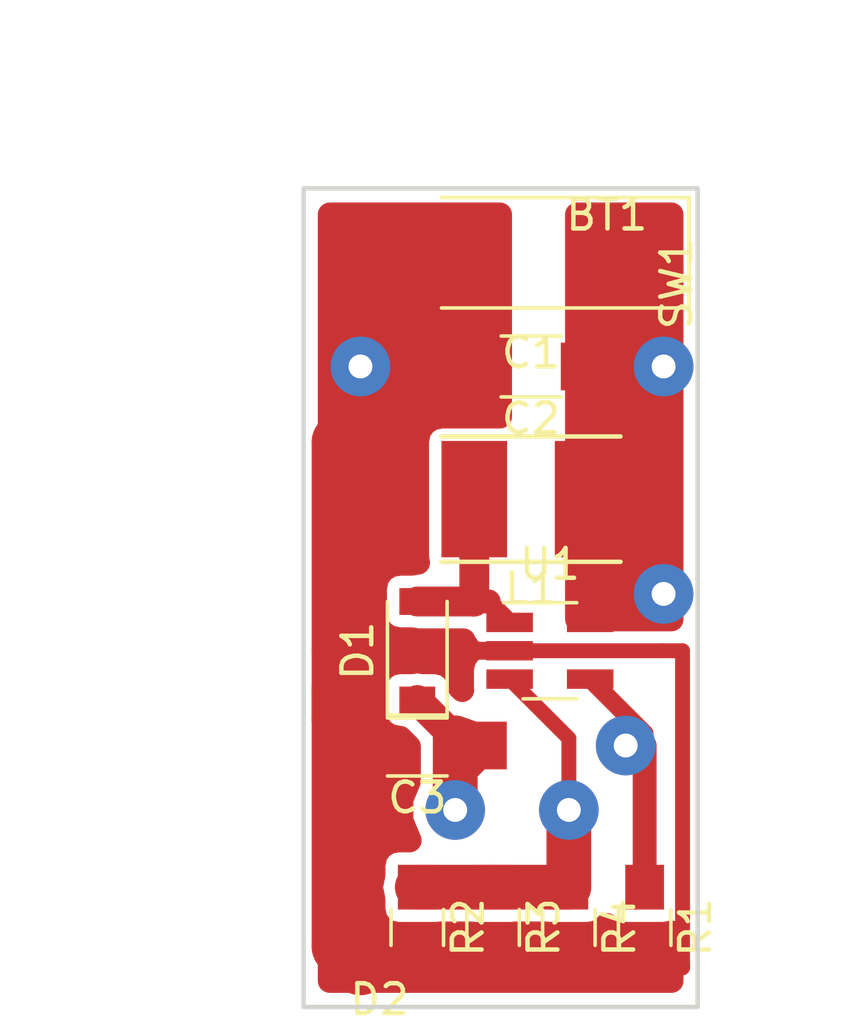
<source format=kicad_pcb>
(kicad_pcb (version 4) (host pcbnew 4.0.7)

  (general
    (links 23)
    (no_connects 0)
    (area 151.105 91.1 170.748301 125.789)
    (thickness 1.6)
    (drawings 7)
    (tracks 57)
    (zones 0)
    (modules 13)
    (nets 7)
  )

  (page A4)
  (layers
    (0 F.Cu signal)
    (31 B.Cu signal)
    (32 B.Adhes user)
    (33 F.Adhes user)
    (34 B.Paste user)
    (35 F.Paste user)
    (36 B.SilkS user)
    (37 F.SilkS user)
    (38 B.Mask user)
    (39 F.Mask user)
    (40 Dwgs.User user)
    (41 Cmts.User user)
    (42 Eco1.User user)
    (43 Eco2.User user)
    (44 Edge.Cuts user)
    (45 Margin user)
    (46 B.CrtYd user)
    (47 F.CrtYd user)
    (48 B.Fab user)
    (49 F.Fab user)
  )

  (setup
    (last_trace_width 1.5)
    (user_trace_width 0.5)
    (user_trace_width 0.6)
    (user_trace_width 0.8)
    (user_trace_width 1)
    (user_trace_width 1.5)
    (user_trace_width 2)
    (trace_clearance 0.2)
    (zone_clearance 0.4)
    (zone_45_only yes)
    (trace_min 0.5)
    (segment_width 0.2)
    (edge_width 0.15)
    (via_size 1.5)
    (via_drill 0.8)
    (via_min_size 1.5)
    (via_min_drill 0.8)
    (user_via 1.5 0.8)
    (uvia_size 0.3)
    (uvia_drill 0.1)
    (uvias_allowed no)
    (uvia_min_size 0.2)
    (uvia_min_drill 0.1)
    (pcb_text_width 0.3)
    (pcb_text_size 1.5 1.5)
    (mod_edge_width 0.15)
    (mod_text_size 1 1)
    (mod_text_width 0.15)
    (pad_size 1.99898 1.99898)
    (pad_drill 0.8001)
    (pad_to_mask_clearance 0.2)
    (aux_axis_origin 0 0)
    (visible_elements FFFFFF7F)
    (pcbplotparams
      (layerselection 0x00030_80000001)
      (usegerberextensions false)
      (excludeedgelayer true)
      (linewidth 0.200000)
      (plotframeref false)
      (viasonmask false)
      (mode 1)
      (useauxorigin false)
      (hpglpennumber 1)
      (hpglpenspeed 20)
      (hpglpendiameter 15)
      (hpglpenoverlay 2)
      (psnegative false)
      (psa4output false)
      (plotreference true)
      (plotvalue true)
      (plotinvisibletext false)
      (padsonsilk false)
      (subtractmaskfromsilk false)
      (outputformat 1)
      (mirror false)
      (drillshape 1)
      (scaleselection 1)
      (outputdirectory ""))
  )

  (net 0 "")
  (net 1 "Net-(BT1-Pad1)")
  (net 2 "Net-(BT1-Pad2)")
  (net 3 "Net-(C3-Pad1)")
  (net 4 "Net-(D1-Pad2)")
  (net 5 "Net-(R1-Pad1)")
  (net 6 "Net-(D2-Pad1)")

  (net_class Default "Ceci est la Netclass par défaut"
    (clearance 0.2)
    (trace_width 0.5)
    (via_dia 1.5)
    (via_drill 0.8)
    (uvia_dia 0.3)
    (uvia_drill 0.1)
    (add_net "Net-(BT1-Pad1)")
    (add_net "Net-(BT1-Pad2)")
    (add_net "Net-(C3-Pad1)")
    (add_net "Net-(D1-Pad2)")
    (add_net "Net-(D2-Pad1)")
    (add_net "Net-(R1-Pad1)")
  )

  (module Wire_Connections_Bridges:WireConnection_0.80mmDrill (layer F.Cu) (tedit 5C090D75) (tstamp 5C175018)
    (at 165.1 95.885 270)
    (descr "WireConnection with 0.8mm drill")
    (path /5C07E0DB)
    (fp_text reference SW1 (at 4.8514 0.2032 270) (layer F.SilkS)
      (effects (font (size 1 1) (thickness 0.15)))
    )
    (fp_text value SW_Reed (at 5.08 3.81 270) (layer F.Fab)
      (effects (font (size 1 1) (thickness 0.15)))
    )
    (fp_line (start 14.0716 -3.7592) (end 13.8684 -3.6576) (layer Cmts.User) (width 0.381))
    (fp_line (start 13.8684 -3.6576) (end 13.6398 -3.6576) (layer Cmts.User) (width 0.381))
    (fp_line (start 13.6398 -3.6576) (end 13.4366 -3.7592) (layer Cmts.User) (width 0.381))
    (fp_line (start 13.4366 -3.7592) (end 13.3604 -4.1148) (layer Cmts.User) (width 0.381))
    (fp_line (start 13.3604 -4.1148) (end 13.3604 -4.572) (layer Cmts.User) (width 0.381))
    (fp_line (start 13.3604 -4.572) (end 13.462 -4.6482) (layer Cmts.User) (width 0.381))
    (fp_line (start 13.462 -4.6482) (end 13.7668 -4.7244) (layer Cmts.User) (width 0.381))
    (fp_line (start 13.7668 -4.7244) (end 13.9954 -4.6736) (layer Cmts.User) (width 0.381))
    (fp_line (start 13.9954 -4.6736) (end 14.0462 -4.318) (layer Cmts.User) (width 0.381))
    (fp_line (start 14.0462 -4.318) (end 13.4366 -4.191) (layer Cmts.User) (width 0.381))
    (fp_line (start 13.4366 -4.191) (end 13.4366 -4.2418) (layer Cmts.User) (width 0.381))
    (fp_line (start 12.7508 -3.7084) (end 12.4206 -3.7084) (layer Cmts.User) (width 0.381))
    (fp_line (start 12.4206 -3.7084) (end 12.2174 -3.7084) (layer Cmts.User) (width 0.381))
    (fp_line (start 12.2174 -3.7084) (end 12.0396 -3.8608) (layer Cmts.User) (width 0.381))
    (fp_line (start 12.0396 -3.8608) (end 12.0396 -4.2418) (layer Cmts.User) (width 0.381))
    (fp_line (start 12.0396 -4.2418) (end 12.1412 -4.572) (layer Cmts.User) (width 0.381))
    (fp_line (start 12.1412 -4.572) (end 12.2936 -4.6482) (layer Cmts.User) (width 0.381))
    (fp_line (start 12.2936 -4.6482) (end 12.573 -4.6482) (layer Cmts.User) (width 0.381))
    (fp_line (start 12.573 -4.6482) (end 12.7508 -4.572) (layer Cmts.User) (width 0.381))
    (fp_line (start 12.7508 -4.572) (end 12.7762 -4.2672) (layer Cmts.User) (width 0.381))
    (fp_line (start 12.7762 -4.2672) (end 12.1412 -4.2418) (layer Cmts.User) (width 0.381))
    (fp_line (start 11.2268 -4.5212) (end 11.6078 -4.6736) (layer Cmts.User) (width 0.381))
    (fp_line (start 11.6078 -4.6736) (end 11.6332 -4.6736) (layer Cmts.User) (width 0.381))
    (fp_line (start 11.2014 -4.7244) (end 11.2014 -3.6576) (layer Cmts.User) (width 0.381))
    (fp_line (start 9.9822 -4.6736) (end 10.668 -4.7244) (layer Cmts.User) (width 0.381))
    (fp_line (start 10.7188 -5.207) (end 10.541 -5.207) (layer Cmts.User) (width 0.381))
    (fp_line (start 10.541 -5.207) (end 10.3886 -5.08) (layer Cmts.User) (width 0.381))
    (fp_line (start 10.3886 -5.08) (end 10.3378 -3.7084) (layer Cmts.User) (width 0.381))
    (fp_line (start 8.4328 -4.5974) (end 8.3058 -4.6736) (layer Cmts.User) (width 0.381))
    (fp_line (start 8.3058 -4.6736) (end 8.0264 -4.6736) (layer Cmts.User) (width 0.381))
    (fp_line (start 8.0264 -4.6736) (end 7.874 -4.445) (layer Cmts.User) (width 0.381))
    (fp_line (start 7.874 -4.445) (end 7.8994 -4.2672) (layer Cmts.User) (width 0.381))
    (fp_line (start 7.8994 -4.2672) (end 8.1788 -4.191) (layer Cmts.User) (width 0.381))
    (fp_line (start 8.1788 -4.191) (end 8.4328 -4.1148) (layer Cmts.User) (width 0.381))
    (fp_line (start 8.4328 -4.1148) (end 8.4836 -3.8354) (layer Cmts.User) (width 0.381))
    (fp_line (start 8.4836 -3.8354) (end 8.2804 -3.6576) (layer Cmts.User) (width 0.381))
    (fp_line (start 8.2804 -3.6576) (end 7.8994 -3.7084) (layer Cmts.User) (width 0.381))
    (fp_line (start 7.1628 -3.6576) (end 6.8072 -3.7592) (layer Cmts.User) (width 0.381))
    (fp_line (start 6.8072 -3.7592) (end 6.604 -3.8354) (layer Cmts.User) (width 0.381))
    (fp_line (start 6.604 -3.8354) (end 6.477 -4.1656) (layer Cmts.User) (width 0.381))
    (fp_line (start 6.477 -4.1656) (end 6.477 -4.4704) (layer Cmts.User) (width 0.381))
    (fp_line (start 6.477 -4.4704) (end 6.6802 -4.6736) (layer Cmts.User) (width 0.381))
    (fp_line (start 6.6802 -4.6736) (end 7.0104 -4.7244) (layer Cmts.User) (width 0.381))
    (fp_line (start 7.2136 -5.207) (end 7.2136 -3.6576) (layer Cmts.User) (width 0.381))
    (fp_line (start 5.715 -3.6576) (end 5.2578 -3.7084) (layer Cmts.User) (width 0.381))
    (fp_line (start 5.2578 -3.7084) (end 5.1054 -3.9116) (layer Cmts.User) (width 0.381))
    (fp_line (start 5.1054 -3.9116) (end 5.1308 -4.191) (layer Cmts.User) (width 0.381))
    (fp_line (start 5.1308 -4.191) (end 5.842 -4.2418) (layer Cmts.User) (width 0.381))
    (fp_line (start 5.1054 -4.572) (end 5.3848 -4.7244) (layer Cmts.User) (width 0.381))
    (fp_line (start 5.3848 -4.7244) (end 5.6388 -4.6482) (layer Cmts.User) (width 0.381))
    (fp_line (start 5.6388 -4.6482) (end 5.7912 -4.4704) (layer Cmts.User) (width 0.381))
    (fp_line (start 5.7912 -4.4704) (end 5.842 -3.6322) (layer Cmts.User) (width 0.381))
    (fp_line (start 3.6068 -3.6576) (end 3.6322 -5.2578) (layer Cmts.User) (width 0.381))
    (fp_line (start 3.6322 -5.2578) (end 4.0894 -5.2578) (layer Cmts.User) (width 0.381))
    (fp_line (start 4.0894 -5.2578) (end 4.3688 -5.1308) (layer Cmts.User) (width 0.381))
    (fp_line (start 4.3688 -5.1308) (end 4.4958 -4.8768) (layer Cmts.User) (width 0.381))
    (fp_line (start 4.4958 -4.8768) (end 4.4958 -4.5974) (layer Cmts.User) (width 0.381))
    (fp_line (start 4.4958 -4.5974) (end 4.3688 -4.3942) (layer Cmts.User) (width 0.381))
    (fp_line (start 4.3688 -4.3942) (end 4.0894 -4.445) (layer Cmts.User) (width 0.381))
    (fp_line (start 4.0894 -4.445) (end 3.6322 -4.445) (layer Cmts.User) (width 0.381))
    (fp_line (start 1.778 -3.7592) (end 1.524 -3.6576) (layer Cmts.User) (width 0.381))
    (fp_line (start 1.524 -3.6576) (end 1.27 -3.7592) (layer Cmts.User) (width 0.381))
    (fp_line (start 1.27 -3.7592) (end 1.1176 -3.9116) (layer Cmts.User) (width 0.381))
    (fp_line (start 1.1176 -3.9116) (end 1.0414 -4.318) (layer Cmts.User) (width 0.381))
    (fp_line (start 1.0414 -4.318) (end 1.1684 -4.572) (layer Cmts.User) (width 0.381))
    (fp_line (start 1.1684 -4.572) (end 1.3716 -4.6736) (layer Cmts.User) (width 0.381))
    (fp_line (start 1.3716 -4.6736) (end 1.651 -4.6482) (layer Cmts.User) (width 0.381))
    (fp_line (start 1.651 -4.6482) (end 1.8034 -4.5212) (layer Cmts.User) (width 0.381))
    (fp_line (start 1.8034 -4.5212) (end 1.8034 -4.318) (layer Cmts.User) (width 0.381))
    (fp_line (start 1.8034 -4.318) (end 1.1684 -4.2418) (layer Cmts.User) (width 0.381))
    (fp_line (start -0.1524 -4.7244) (end 0.3048 -3.6576) (layer Cmts.User) (width 0.381))
    (fp_line (start 0.3048 -3.6576) (end 0.5842 -4.6736) (layer Cmts.User) (width 0.381))
    (fp_line (start 0.5842 -4.6736) (end 0.5588 -4.6736) (layer Cmts.User) (width 0.381))
    (fp_line (start -1.4732 -4.3942) (end -1.4732 -3.9116) (layer Cmts.User) (width 0.381))
    (fp_line (start -1.4732 -3.9116) (end -1.27 -3.7084) (layer Cmts.User) (width 0.381))
    (fp_line (start -1.27 -3.7084) (end -1.0414 -3.6576) (layer Cmts.User) (width 0.381))
    (fp_line (start -1.0414 -3.6576) (end -0.762 -3.7846) (layer Cmts.User) (width 0.381))
    (fp_line (start -0.762 -3.7846) (end -0.6604 -3.9878) (layer Cmts.User) (width 0.381))
    (fp_line (start -0.6604 -3.9878) (end -0.6604 -4.445) (layer Cmts.User) (width 0.381))
    (fp_line (start -0.6604 -4.445) (end -0.8382 -4.6482) (layer Cmts.User) (width 0.381))
    (fp_line (start -0.8382 -4.6482) (end -1.1176 -4.7244) (layer Cmts.User) (width 0.381))
    (fp_line (start -1.1176 -4.7244) (end -1.4478 -4.4704) (layer Cmts.User) (width 0.381))
    (fp_line (start -3.0988 -3.6322) (end -3.0988 -5.2578) (layer Cmts.User) (width 0.381))
    (fp_line (start -3.0988 -5.2578) (end -2.6162 -4.1148) (layer Cmts.User) (width 0.381))
    (fp_line (start -2.6162 -4.1148) (end -2.1336 -5.1816) (layer Cmts.User) (width 0.381))
    (fp_line (start -2.1336 -5.1816) (end -2.1336 -3.6322) (layer Cmts.User) (width 0.381))
    (pad 1 thru_hole circle (at 15.24 0.635 270) (size 1.99898 1.99898) (drill 0.8001) (layers *.Cu *.Mask)
      (net 1 "Net-(BT1-Pad1)"))
    (pad 2 thru_hole circle (at 20.32 1.905 270) (size 1.99898 1.99898) (drill 0.8001) (layers *.Cu *.Mask)
      (net 5 "Net-(R1-Pad1)"))
  )

  (module Wire_Pads:SolderWirePad_2x_0-8mmDrill (layer F.Cu) (tedit 5C090A21) (tstamp 5C174FC3)
    (at 162.56 94.615 180)
    (path /5C07E765)
    (fp_text reference BT1 (at 0 -3.81 180) (layer F.SilkS)
      (effects (font (size 1 1) (thickness 0.15)))
    )
    (fp_text value "Battery 3V" (at 0.635 2.54 180) (layer F.Fab)
      (effects (font (size 1 1) (thickness 0.15)))
    )
    (pad 1 thru_hole circle (at -1.905 -8.89 180) (size 1.99898 1.99898) (drill 0.8001) (layers *.Cu *.Mask)
      (net 1 "Net-(BT1-Pad1)"))
    (pad 2 thru_hole circle (at 8.255 -8.89 180) (size 1.99898 1.99898) (drill 0.8001) (layers *.Cu *.Mask)
      (net 2 "Net-(BT1-Pad2)"))
  )

  (module Capacitors_Tantalum_SMD:CP_Tantalum_Case-U_EIA-6032-15_Hand (layer F.Cu) (tedit 58CC8C08) (tstamp 5C174FC9)
    (at 160.02 99.695 180)
    (descr "Tantalum capacitor, Case U, EIA 6032-15, 6.0x3.2x1.5mm, Hand soldering footprint")
    (tags "capacitor tantalum smd")
    (path /5C07E5BE)
    (attr smd)
    (fp_text reference C1 (at 0 -3.35 180) (layer F.SilkS)
      (effects (font (size 1 1) (thickness 0.15)))
    )
    (fp_text value "47µF 10V" (at 0 3.35 180) (layer F.Fab)
      (effects (font (size 1 1) (thickness 0.15)))
    )
    (fp_text user %R (at 0 0 180) (layer F.Fab)
      (effects (font (size 1 1) (thickness 0.15)))
    )
    (fp_line (start -5.4 -2) (end -5.4 2) (layer F.CrtYd) (width 0.05))
    (fp_line (start -5.4 2) (end 5.4 2) (layer F.CrtYd) (width 0.05))
    (fp_line (start 5.4 2) (end 5.4 -2) (layer F.CrtYd) (width 0.05))
    (fp_line (start 5.4 -2) (end -5.4 -2) (layer F.CrtYd) (width 0.05))
    (fp_line (start -3 -1.6) (end -3 1.6) (layer F.Fab) (width 0.1))
    (fp_line (start -3 1.6) (end 3 1.6) (layer F.Fab) (width 0.1))
    (fp_line (start 3 1.6) (end 3 -1.6) (layer F.Fab) (width 0.1))
    (fp_line (start 3 -1.6) (end -3 -1.6) (layer F.Fab) (width 0.1))
    (fp_line (start -2.4 -1.6) (end -2.4 1.6) (layer F.Fab) (width 0.1))
    (fp_line (start -2.1 -1.6) (end -2.1 1.6) (layer F.Fab) (width 0.1))
    (fp_line (start -5.3 -1.85) (end 3 -1.85) (layer F.SilkS) (width 0.12))
    (fp_line (start -5.3 1.85) (end 3 1.85) (layer F.SilkS) (width 0.12))
    (fp_line (start -5.3 -1.85) (end -5.3 1.85) (layer F.SilkS) (width 0.12))
    (pad 1 smd rect (at -3.125 0 180) (size 3.75 2.5) (layers F.Cu F.Paste F.Mask)
      (net 1 "Net-(BT1-Pad1)"))
    (pad 2 smd rect (at 3.125 0 180) (size 3.75 2.5) (layers F.Cu F.Paste F.Mask)
      (net 2 "Net-(BT1-Pad2)"))
    (model Capacitors_Tantalum_SMD.3dshapes/CP_Tantalum_Case-U_EIA-6032-15.wrl
      (at (xyz 0 0 0))
      (scale (xyz 1 1 1))
      (rotate (xyz 0 0 0))
    )
  )

  (module Capacitors_SMD:C_1206_HandSoldering (layer F.Cu) (tedit 58AA84D1) (tstamp 5C174FCF)
    (at 160.02 103.505 180)
    (descr "Capacitor SMD 1206, hand soldering")
    (tags "capacitor 1206")
    (path /5C07E362)
    (attr smd)
    (fp_text reference C2 (at 0 -1.75 180) (layer F.SilkS)
      (effects (font (size 1 1) (thickness 0.15)))
    )
    (fp_text value "10µF 35V" (at 0 2 180) (layer F.Fab)
      (effects (font (size 1 1) (thickness 0.15)))
    )
    (fp_text user %R (at 0 -1.75 180) (layer F.Fab)
      (effects (font (size 1 1) (thickness 0.15)))
    )
    (fp_line (start -1.6 0.8) (end -1.6 -0.8) (layer F.Fab) (width 0.1))
    (fp_line (start 1.6 0.8) (end -1.6 0.8) (layer F.Fab) (width 0.1))
    (fp_line (start 1.6 -0.8) (end 1.6 0.8) (layer F.Fab) (width 0.1))
    (fp_line (start -1.6 -0.8) (end 1.6 -0.8) (layer F.Fab) (width 0.1))
    (fp_line (start 1 -1.02) (end -1 -1.02) (layer F.SilkS) (width 0.12))
    (fp_line (start -1 1.02) (end 1 1.02) (layer F.SilkS) (width 0.12))
    (fp_line (start -3.25 -1.05) (end 3.25 -1.05) (layer F.CrtYd) (width 0.05))
    (fp_line (start -3.25 -1.05) (end -3.25 1.05) (layer F.CrtYd) (width 0.05))
    (fp_line (start 3.25 1.05) (end 3.25 -1.05) (layer F.CrtYd) (width 0.05))
    (fp_line (start 3.25 1.05) (end -3.25 1.05) (layer F.CrtYd) (width 0.05))
    (pad 1 smd rect (at -2 0 180) (size 2 1.6) (layers F.Cu F.Paste F.Mask)
      (net 1 "Net-(BT1-Pad1)"))
    (pad 2 smd rect (at 2 0 180) (size 2 1.6) (layers F.Cu F.Paste F.Mask)
      (net 2 "Net-(BT1-Pad2)"))
    (model Capacitors_SMD.3dshapes/C_1206.wrl
      (at (xyz 0 0 0))
      (scale (xyz 1 1 1))
      (rotate (xyz 0 0 0))
    )
  )

  (module Capacitors_SMD:C_1206_HandSoldering (layer F.Cu) (tedit 58AA84D1) (tstamp 5C174FD5)
    (at 156.21 116.205 180)
    (descr "Capacitor SMD 1206, hand soldering")
    (tags "capacitor 1206")
    (path /5C07E27F)
    (attr smd)
    (fp_text reference C3 (at 0 -1.75 180) (layer F.SilkS)
      (effects (font (size 1 1) (thickness 0.15)))
    )
    (fp_text value "6,8µF 50V" (at 0 2 180) (layer F.Fab)
      (effects (font (size 1 1) (thickness 0.15)))
    )
    (fp_text user %R (at 0 -1.75 180) (layer F.Fab)
      (effects (font (size 1 1) (thickness 0.15)))
    )
    (fp_line (start -1.6 0.8) (end -1.6 -0.8) (layer F.Fab) (width 0.1))
    (fp_line (start 1.6 0.8) (end -1.6 0.8) (layer F.Fab) (width 0.1))
    (fp_line (start 1.6 -0.8) (end 1.6 0.8) (layer F.Fab) (width 0.1))
    (fp_line (start -1.6 -0.8) (end 1.6 -0.8) (layer F.Fab) (width 0.1))
    (fp_line (start 1 -1.02) (end -1 -1.02) (layer F.SilkS) (width 0.12))
    (fp_line (start -1 1.02) (end 1 1.02) (layer F.SilkS) (width 0.12))
    (fp_line (start -3.25 -1.05) (end 3.25 -1.05) (layer F.CrtYd) (width 0.05))
    (fp_line (start -3.25 -1.05) (end -3.25 1.05) (layer F.CrtYd) (width 0.05))
    (fp_line (start 3.25 1.05) (end 3.25 -1.05) (layer F.CrtYd) (width 0.05))
    (fp_line (start 3.25 1.05) (end -3.25 1.05) (layer F.CrtYd) (width 0.05))
    (pad 1 smd rect (at -2 0 180) (size 2 1.6) (layers F.Cu F.Paste F.Mask)
      (net 3 "Net-(C3-Pad1)"))
    (pad 2 smd rect (at 2 0 180) (size 2 1.6) (layers F.Cu F.Paste F.Mask)
      (net 2 "Net-(BT1-Pad2)"))
    (model Capacitors_SMD.3dshapes/C_1206.wrl
      (at (xyz 0 0 0))
      (scale (xyz 1 1 1))
      (rotate (xyz 0 0 0))
    )
  )

  (module Diodes_SMD:D_SOD-123 (layer F.Cu) (tedit 58645DC7) (tstamp 5C174FEE)
    (at 156.21 113.03 90)
    (descr SOD-123)
    (tags SOD-123)
    (path /5C07DFDD)
    (attr smd)
    (fp_text reference D1 (at 0 -2 90) (layer F.SilkS)
      (effects (font (size 1 1) (thickness 0.15)))
    )
    (fp_text value " PMEG4005EGWX " (at 0 2.1 90) (layer F.Fab)
      (effects (font (size 1 1) (thickness 0.15)))
    )
    (fp_text user %R (at 0 -2 90) (layer F.Fab)
      (effects (font (size 1 1) (thickness 0.15)))
    )
    (fp_line (start -2.25 -1) (end -2.25 1) (layer F.SilkS) (width 0.12))
    (fp_line (start 0.25 0) (end 0.75 0) (layer F.Fab) (width 0.1))
    (fp_line (start 0.25 0.4) (end -0.35 0) (layer F.Fab) (width 0.1))
    (fp_line (start 0.25 -0.4) (end 0.25 0.4) (layer F.Fab) (width 0.1))
    (fp_line (start -0.35 0) (end 0.25 -0.4) (layer F.Fab) (width 0.1))
    (fp_line (start -0.35 0) (end -0.35 0.55) (layer F.Fab) (width 0.1))
    (fp_line (start -0.35 0) (end -0.35 -0.55) (layer F.Fab) (width 0.1))
    (fp_line (start -0.75 0) (end -0.35 0) (layer F.Fab) (width 0.1))
    (fp_line (start -1.4 0.9) (end -1.4 -0.9) (layer F.Fab) (width 0.1))
    (fp_line (start 1.4 0.9) (end -1.4 0.9) (layer F.Fab) (width 0.1))
    (fp_line (start 1.4 -0.9) (end 1.4 0.9) (layer F.Fab) (width 0.1))
    (fp_line (start -1.4 -0.9) (end 1.4 -0.9) (layer F.Fab) (width 0.1))
    (fp_line (start -2.35 -1.15) (end 2.35 -1.15) (layer F.CrtYd) (width 0.05))
    (fp_line (start 2.35 -1.15) (end 2.35 1.15) (layer F.CrtYd) (width 0.05))
    (fp_line (start 2.35 1.15) (end -2.35 1.15) (layer F.CrtYd) (width 0.05))
    (fp_line (start -2.35 -1.15) (end -2.35 1.15) (layer F.CrtYd) (width 0.05))
    (fp_line (start -2.25 1) (end 1.65 1) (layer F.SilkS) (width 0.12))
    (fp_line (start -2.25 -1) (end 1.65 -1) (layer F.SilkS) (width 0.12))
    (pad 1 smd rect (at -1.65 0 90) (size 0.9 1.2) (layers F.Cu F.Paste F.Mask)
      (net 3 "Net-(C3-Pad1)"))
    (pad 2 smd rect (at 1.65 0 90) (size 0.9 1.2) (layers F.Cu F.Paste F.Mask)
      (net 4 "Net-(D1-Pad2)"))
    (model ${KISYS3DMOD}/Diodes_SMD.3dshapes/D_SOD-123.wrl
      (at (xyz 0 0 0))
      (scale (xyz 1 1 1))
      (rotate (xyz 0 0 0))
    )
  )

  (module Wire_Pads:SolderWirePad_2x_0-8mmDrill (layer F.Cu) (tedit 5C09079D) (tstamp 5C174FF4)
    (at 154.94 120.904 180)
    (path /5C07EA97)
    (fp_text reference D2 (at 0 -3.81 180) (layer F.SilkS)
      (effects (font (size 1 1) (thickness 0.15)))
    )
    (fp_text value "LED x 6" (at 0.635 2.54 180) (layer F.Fab)
      (effects (font (size 1 1) (thickness 0.15)))
    )
    (pad 1 thru_hole circle (at -6.35 2.54 180) (size 1.99898 1.99898) (drill 0.8001) (layers *.Cu *.Mask)
      (net 6 "Net-(D2-Pad1)"))
    (pad 2 thru_hole circle (at -2.54 2.54 180) (size 1.99898 1.99898) (drill 0.8001) (layers *.Cu *.Mask)
      (net 3 "Net-(C3-Pad1)"))
  )

  (module Inductors:Inductor_Taiyo-Yuden_NR-40xx_HandSoldering (layer F.Cu) (tedit 574C3AE3) (tstamp 5C174FFA)
    (at 160.02 107.95 180)
    (descr "Inductor, Taiyo Yuden, NR series, Taiyo-Yuden_NR-40xx, 4.0mmx4.0mm")
    (tags "inductor taiyo-yuden nr smd")
    (path /5C07E186)
    (attr smd)
    (fp_text reference L1 (at 0 -3 180) (layer F.SilkS)
      (effects (font (size 1 1) (thickness 0.15)))
    )
    (fp_text value 10µ (at 0 3.5 180) (layer F.Fab)
      (effects (font (size 1 1) (thickness 0.15)))
    )
    (fp_line (start -2 0) (end -2 -1.25) (layer F.Fab) (width 0.15))
    (fp_line (start -2 -1.25) (end -1.25 -2) (layer F.Fab) (width 0.15))
    (fp_line (start -1.25 -2) (end 0 -2) (layer F.Fab) (width 0.15))
    (fp_line (start 2 0) (end 2 -1.25) (layer F.Fab) (width 0.15))
    (fp_line (start 2 -1.25) (end 1.25 -2) (layer F.Fab) (width 0.15))
    (fp_line (start 1.25 -2) (end 0 -2) (layer F.Fab) (width 0.15))
    (fp_line (start 2 0) (end 2 1.25) (layer F.Fab) (width 0.15))
    (fp_line (start 2 1.25) (end 1.25 2) (layer F.Fab) (width 0.15))
    (fp_line (start 1.25 2) (end 0 2) (layer F.Fab) (width 0.15))
    (fp_line (start -2 0) (end -2 1.25) (layer F.Fab) (width 0.15))
    (fp_line (start -2 1.25) (end -1.25 2) (layer F.Fab) (width 0.15))
    (fp_line (start -1.25 2) (end 0 2) (layer F.Fab) (width 0.15))
    (fp_line (start -3 -2.1) (end 3 -2.1) (layer F.SilkS) (width 0.15))
    (fp_line (start -3 2.1) (end 3 2.1) (layer F.SilkS) (width 0.15))
    (fp_line (start -3.25 -2.25) (end -3.25 2.25) (layer F.CrtYd) (width 0.05))
    (fp_line (start -3.25 2.25) (end 3.25 2.25) (layer F.CrtYd) (width 0.05))
    (fp_line (start 3.25 2.25) (end 3.25 -2.25) (layer F.CrtYd) (width 0.05))
    (fp_line (start 3.25 -2.25) (end -3.25 -2.25) (layer F.CrtYd) (width 0.05))
    (pad 1 smd rect (at -1.9 0 180) (size 2.2 3.9) (layers F.Cu F.Paste F.Mask)
      (net 1 "Net-(BT1-Pad1)"))
    (pad 2 smd rect (at 1.9 0 180) (size 2.2 3.9) (layers F.Cu F.Paste F.Mask)
      (net 4 "Net-(D1-Pad2)"))
    (model Inductors.3dshapes/Inductor_Taiyo-Yuden_NR-40xx.wrl
      (at (xyz 0 0 0))
      (scale (xyz 1 1 1))
      (rotate (xyz 0 0 0))
    )
  )

  (module Resistors_SMD:R_0805_HandSoldering (layer F.Cu) (tedit 58E0A804) (tstamp 5C175000)
    (at 163.83 122.301 270)
    (descr "Resistor SMD 0805, hand soldering")
    (tags "resistor 0805")
    (path /5C07EEBB)
    (attr smd)
    (fp_text reference R1 (at 0 -1.7 270) (layer F.SilkS)
      (effects (font (size 1 1) (thickness 0.15)))
    )
    (fp_text value 100K (at 0 1.75 270) (layer F.Fab)
      (effects (font (size 1 1) (thickness 0.15)))
    )
    (fp_text user %R (at 0 0 270) (layer F.Fab)
      (effects (font (size 0.5 0.5) (thickness 0.075)))
    )
    (fp_line (start -1 0.62) (end -1 -0.62) (layer F.Fab) (width 0.1))
    (fp_line (start 1 0.62) (end -1 0.62) (layer F.Fab) (width 0.1))
    (fp_line (start 1 -0.62) (end 1 0.62) (layer F.Fab) (width 0.1))
    (fp_line (start -1 -0.62) (end 1 -0.62) (layer F.Fab) (width 0.1))
    (fp_line (start 0.6 0.88) (end -0.6 0.88) (layer F.SilkS) (width 0.12))
    (fp_line (start -0.6 -0.88) (end 0.6 -0.88) (layer F.SilkS) (width 0.12))
    (fp_line (start -2.35 -0.9) (end 2.35 -0.9) (layer F.CrtYd) (width 0.05))
    (fp_line (start -2.35 -0.9) (end -2.35 0.9) (layer F.CrtYd) (width 0.05))
    (fp_line (start 2.35 0.9) (end 2.35 -0.9) (layer F.CrtYd) (width 0.05))
    (fp_line (start 2.35 0.9) (end -2.35 0.9) (layer F.CrtYd) (width 0.05))
    (pad 1 smd rect (at -1.35 0 270) (size 1.5 1.3) (layers F.Cu F.Paste F.Mask)
      (net 5 "Net-(R1-Pad1)"))
    (pad 2 smd rect (at 1.35 0 270) (size 1.5 1.3) (layers F.Cu F.Paste F.Mask)
      (net 2 "Net-(BT1-Pad2)"))
    (model ${KISYS3DMOD}/Resistors_SMD.3dshapes/R_0805.wrl
      (at (xyz 0 0 0))
      (scale (xyz 1 1 1))
      (rotate (xyz 0 0 0))
    )
  )

  (module Resistors_SMD:R_0805_HandSoldering (layer F.Cu) (tedit 58E0A804) (tstamp 5C175006)
    (at 156.21 122.301 270)
    (descr "Resistor SMD 0805, hand soldering")
    (tags "resistor 0805")
    (path /5C07ED47)
    (attr smd)
    (fp_text reference R2 (at 0 -1.7 270) (layer F.SilkS)
      (effects (font (size 1 1) (thickness 0.15)))
    )
    (fp_text value 30 (at 0 1.75 270) (layer F.Fab)
      (effects (font (size 1 1) (thickness 0.15)))
    )
    (fp_text user %R (at 0 0 270) (layer F.Fab)
      (effects (font (size 0.5 0.5) (thickness 0.075)))
    )
    (fp_line (start -1 0.62) (end -1 -0.62) (layer F.Fab) (width 0.1))
    (fp_line (start 1 0.62) (end -1 0.62) (layer F.Fab) (width 0.1))
    (fp_line (start 1 -0.62) (end 1 0.62) (layer F.Fab) (width 0.1))
    (fp_line (start -1 -0.62) (end 1 -0.62) (layer F.Fab) (width 0.1))
    (fp_line (start 0.6 0.88) (end -0.6 0.88) (layer F.SilkS) (width 0.12))
    (fp_line (start -0.6 -0.88) (end 0.6 -0.88) (layer F.SilkS) (width 0.12))
    (fp_line (start -2.35 -0.9) (end 2.35 -0.9) (layer F.CrtYd) (width 0.05))
    (fp_line (start -2.35 -0.9) (end -2.35 0.9) (layer F.CrtYd) (width 0.05))
    (fp_line (start 2.35 0.9) (end 2.35 -0.9) (layer F.CrtYd) (width 0.05))
    (fp_line (start 2.35 0.9) (end -2.35 0.9) (layer F.CrtYd) (width 0.05))
    (pad 1 smd rect (at -1.35 0 270) (size 1.5 1.3) (layers F.Cu F.Paste F.Mask)
      (net 6 "Net-(D2-Pad1)"))
    (pad 2 smd rect (at 1.35 0 270) (size 1.5 1.3) (layers F.Cu F.Paste F.Mask)
      (net 2 "Net-(BT1-Pad2)"))
    (model ${KISYS3DMOD}/Resistors_SMD.3dshapes/R_0805.wrl
      (at (xyz 0 0 0))
      (scale (xyz 1 1 1))
      (rotate (xyz 0 0 0))
    )
  )

  (module Resistors_SMD:R_0805_HandSoldering (layer F.Cu) (tedit 58E0A804) (tstamp 5C17500C)
    (at 158.75 122.301 270)
    (descr "Resistor SMD 0805, hand soldering")
    (tags "resistor 0805")
    (path /5C07E68F)
    (attr smd)
    (fp_text reference R3 (at 0 -1.7 270) (layer F.SilkS)
      (effects (font (size 1 1) (thickness 0.15)))
    )
    (fp_text value 15 (at 0 1.75 270) (layer F.Fab)
      (effects (font (size 1 1) (thickness 0.15)))
    )
    (fp_text user %R (at 0 0 270) (layer F.Fab)
      (effects (font (size 0.5 0.5) (thickness 0.075)))
    )
    (fp_line (start -1 0.62) (end -1 -0.62) (layer F.Fab) (width 0.1))
    (fp_line (start 1 0.62) (end -1 0.62) (layer F.Fab) (width 0.1))
    (fp_line (start 1 -0.62) (end 1 0.62) (layer F.Fab) (width 0.1))
    (fp_line (start -1 -0.62) (end 1 -0.62) (layer F.Fab) (width 0.1))
    (fp_line (start 0.6 0.88) (end -0.6 0.88) (layer F.SilkS) (width 0.12))
    (fp_line (start -0.6 -0.88) (end 0.6 -0.88) (layer F.SilkS) (width 0.12))
    (fp_line (start -2.35 -0.9) (end 2.35 -0.9) (layer F.CrtYd) (width 0.05))
    (fp_line (start -2.35 -0.9) (end -2.35 0.9) (layer F.CrtYd) (width 0.05))
    (fp_line (start 2.35 0.9) (end 2.35 -0.9) (layer F.CrtYd) (width 0.05))
    (fp_line (start 2.35 0.9) (end -2.35 0.9) (layer F.CrtYd) (width 0.05))
    (pad 1 smd rect (at -1.35 0 270) (size 1.5 1.3) (layers F.Cu F.Paste F.Mask)
      (net 6 "Net-(D2-Pad1)"))
    (pad 2 smd rect (at 1.35 0 270) (size 1.5 1.3) (layers F.Cu F.Paste F.Mask)
      (net 2 "Net-(BT1-Pad2)"))
    (model ${KISYS3DMOD}/Resistors_SMD.3dshapes/R_0805.wrl
      (at (xyz 0 0 0))
      (scale (xyz 1 1 1))
      (rotate (xyz 0 0 0))
    )
  )

  (module Resistors_SMD:R_0805_HandSoldering (layer F.Cu) (tedit 58E0A804) (tstamp 5C175012)
    (at 161.29 122.301 270)
    (descr "Resistor SMD 0805, hand soldering")
    (tags "resistor 0805")
    (path /5C07EC64)
    (attr smd)
    (fp_text reference R4 (at 0 -1.7 270) (layer F.SilkS)
      (effects (font (size 1 1) (thickness 0.15)))
    )
    (fp_text value 15 (at 0 1.75 270) (layer F.Fab)
      (effects (font (size 1 1) (thickness 0.15)))
    )
    (fp_text user %R (at 0 0 270) (layer F.Fab)
      (effects (font (size 0.5 0.5) (thickness 0.075)))
    )
    (fp_line (start -1 0.62) (end -1 -0.62) (layer F.Fab) (width 0.1))
    (fp_line (start 1 0.62) (end -1 0.62) (layer F.Fab) (width 0.1))
    (fp_line (start 1 -0.62) (end 1 0.62) (layer F.Fab) (width 0.1))
    (fp_line (start -1 -0.62) (end 1 -0.62) (layer F.Fab) (width 0.1))
    (fp_line (start 0.6 0.88) (end -0.6 0.88) (layer F.SilkS) (width 0.12))
    (fp_line (start -0.6 -0.88) (end 0.6 -0.88) (layer F.SilkS) (width 0.12))
    (fp_line (start -2.35 -0.9) (end 2.35 -0.9) (layer F.CrtYd) (width 0.05))
    (fp_line (start -2.35 -0.9) (end -2.35 0.9) (layer F.CrtYd) (width 0.05))
    (fp_line (start 2.35 0.9) (end 2.35 -0.9) (layer F.CrtYd) (width 0.05))
    (fp_line (start 2.35 0.9) (end -2.35 0.9) (layer F.CrtYd) (width 0.05))
    (pad 1 smd rect (at -1.35 0 270) (size 1.5 1.3) (layers F.Cu F.Paste F.Mask)
      (net 6 "Net-(D2-Pad1)"))
    (pad 2 smd rect (at 1.35 0 270) (size 1.5 1.3) (layers F.Cu F.Paste F.Mask)
      (net 2 "Net-(BT1-Pad2)"))
    (model ${KISYS3DMOD}/Resistors_SMD.3dshapes/R_0805.wrl
      (at (xyz 0 0 0))
      (scale (xyz 1 1 1))
      (rotate (xyz 0 0 0))
    )
  )

  (module TO_SOT_Packages_SMD:SOT-23-5_HandSoldering (layer F.Cu) (tedit 58CE4E7E) (tstamp 5C175021)
    (at 160.655 113.03)
    (descr "5-pin SOT23 package")
    (tags "SOT-23-5 hand-soldering")
    (path /5C07DF3E)
    (attr smd)
    (fp_text reference U1 (at 0 -2.9) (layer F.SilkS)
      (effects (font (size 1 1) (thickness 0.15)))
    )
    (fp_text value MCP1662 (at 0 2.9) (layer F.Fab)
      (effects (font (size 1 1) (thickness 0.15)))
    )
    (fp_text user %R (at 0 0 90) (layer F.Fab)
      (effects (font (size 0.5 0.5) (thickness 0.075)))
    )
    (fp_line (start -0.9 1.61) (end 0.9 1.61) (layer F.SilkS) (width 0.12))
    (fp_line (start 0.9 -1.61) (end -1.55 -1.61) (layer F.SilkS) (width 0.12))
    (fp_line (start -0.9 -0.9) (end -0.25 -1.55) (layer F.Fab) (width 0.1))
    (fp_line (start 0.9 -1.55) (end -0.25 -1.55) (layer F.Fab) (width 0.1))
    (fp_line (start -0.9 -0.9) (end -0.9 1.55) (layer F.Fab) (width 0.1))
    (fp_line (start 0.9 1.55) (end -0.9 1.55) (layer F.Fab) (width 0.1))
    (fp_line (start 0.9 -1.55) (end 0.9 1.55) (layer F.Fab) (width 0.1))
    (fp_line (start -2.38 -1.8) (end 2.38 -1.8) (layer F.CrtYd) (width 0.05))
    (fp_line (start -2.38 -1.8) (end -2.38 1.8) (layer F.CrtYd) (width 0.05))
    (fp_line (start 2.38 1.8) (end 2.38 -1.8) (layer F.CrtYd) (width 0.05))
    (fp_line (start 2.38 1.8) (end -2.38 1.8) (layer F.CrtYd) (width 0.05))
    (pad 1 smd rect (at -1.35 -0.95) (size 1.56 0.65) (layers F.Cu F.Paste F.Mask)
      (net 4 "Net-(D1-Pad2)"))
    (pad 2 smd rect (at -1.35 0) (size 1.56 0.65) (layers F.Cu F.Paste F.Mask)
      (net 2 "Net-(BT1-Pad2)"))
    (pad 3 smd rect (at -1.35 0.95) (size 1.56 0.65) (layers F.Cu F.Paste F.Mask)
      (net 6 "Net-(D2-Pad1)"))
    (pad 4 smd rect (at 1.35 0.95) (size 1.56 0.65) (layers F.Cu F.Paste F.Mask)
      (net 5 "Net-(R1-Pad1)"))
    (pad 5 smd rect (at 1.35 -0.95) (size 1.56 0.65) (layers F.Cu F.Paste F.Mask)
      (net 1 "Net-(BT1-Pad1)"))
    (model ${KISYS3DMOD}/TO_SOT_Packages_SMD.3dshapes\SOT-23-5.wrl
      (at (xyz 0 0 0))
      (scale (xyz 1 1 1))
      (rotate (xyz 0 0 0))
    )
  )

  (dimension 13.208 (width 0.3) (layer Eco1.User)
    (gr_text "13,208 mm" (at 159.004 93.646) (layer Eco1.User)
      (effects (font (size 1.5 1.5) (thickness 0.3)))
    )
    (feature1 (pts (xy 152.4 97.536) (xy 152.4 92.296)))
    (feature2 (pts (xy 165.608 97.536) (xy 165.608 92.296)))
    (crossbar (pts (xy 165.608 94.996) (xy 152.4 94.996)))
    (arrow1a (pts (xy 152.4 94.996) (xy 153.526504 94.409579)))
    (arrow1b (pts (xy 152.4 94.996) (xy 153.526504 95.582421)))
    (arrow2a (pts (xy 165.608 94.996) (xy 164.481496 94.409579)))
    (arrow2b (pts (xy 165.608 94.996) (xy 164.481496 95.582421)))
  )
  (dimension 27.432 (width 0.3) (layer Eco1.User)
    (gr_text "27,432 mm" (at 148.51 111.252 270) (layer Eco1.User)
      (effects (font (size 1.5 1.5) (thickness 0.3)))
    )
    (feature1 (pts (xy 151.892 124.968) (xy 147.16 124.968)))
    (feature2 (pts (xy 151.892 97.536) (xy 147.16 97.536)))
    (crossbar (pts (xy 149.86 97.536) (xy 149.86 124.968)))
    (arrow1a (pts (xy 149.86 124.968) (xy 149.273579 123.841496)))
    (arrow1b (pts (xy 149.86 124.968) (xy 150.446421 123.841496)))
    (arrow2a (pts (xy 149.86 97.536) (xy 149.273579 98.662504)))
    (arrow2b (pts (xy 149.86 97.536) (xy 150.446421 98.662504)))
  )
  (gr_line (start 152.4 124.968) (end 152.4 97.536) (angle 90) (layer Edge.Cuts) (width 0.15))
  (gr_line (start 165.608 124.968) (end 152.4 124.968) (angle 90) (layer Edge.Cuts) (width 0.15))
  (gr_line (start 165.608 124.46) (end 165.608 124.968) (angle 90) (layer Edge.Cuts) (width 0.15))
  (gr_line (start 165.608 97.536) (end 165.608 124.46) (angle 90) (layer Edge.Cuts) (width 0.15))
  (gr_line (start 152.4 97.536) (end 165.608 97.536) (angle 90) (layer Edge.Cuts) (width 0.15))

  (segment (start 161.977535 110.745524) (end 164.085524 110.745524) (width 0.6) (layer F.Cu) (net 1))
  (segment (start 164.085524 110.745524) (end 164.465 111.125) (width 0.6) (layer F.Cu) (net 1) (tstamp 5C0FEA12))
  (segment (start 162.02 103.505) (end 164.465 103.505) (width 2) (layer F.Cu) (net 1) (status 20))
  (segment (start 162.02 103.505) (end 162.02 99.695) (width 1.5) (layer F.Cu) (net 1) (status 10))
  (segment (start 162.02 99.695) (end 163.145 99.695) (width 1.5) (layer F.Cu) (net 1) (tstamp 5C1A6B33) (status 30))
  (segment (start 161.92 107.95) (end 162.02 103.505) (width 1.5) (layer F.Cu) (net 1) (status 10))
  (segment (start 162.005 112.08) (end 161.977535 110.745524) (width 0.6) (layer F.Cu) (net 1) (status 20))
  (segment (start 161.977535 110.745524) (end 161.92 107.95) (width 0.6) (layer F.Cu) (net 1) (tstamp 5C0FEA10) (status 20))
  (segment (start 165.1 113.03) (end 165.1 123.651) (width 0.5) (layer F.Cu) (net 2))
  (segment (start 165.1 123.651) (end 165.1 123.444) (width 0.5) (layer F.Cu) (net 2) (tstamp 5C0FEAD1))
  (segment (start 165.1 123.444) (end 165.1 123.651) (width 0.5) (layer F.Cu) (net 2) (tstamp 5C0FEAD3))
  (segment (start 165.1 113.03) (end 164.465 113.03) (width 0.5) (layer F.Cu) (net 2) (tstamp 5C0FEACF))
  (segment (start 159.305 113.03) (end 164.465 113.03) (width 0.5) (layer F.Cu) (net 2))
  (segment (start 165.1 123.651) (end 163.83 123.651) (width 0.5) (layer F.Cu) (net 2) (tstamp 5C0FEAD4))
  (segment (start 153.67 114.3) (end 153.67 122.936) (width 2) (layer F.Cu) (net 2))
  (segment (start 154.305 123.571) (end 156.13 123.571) (width 1.5) (layer F.Cu) (net 2) (tstamp 5C0FE86D))
  (segment (start 153.67 122.936) (end 154.305 123.571) (width 2) (layer F.Cu) (net 2) (tstamp 5C0FE9F6))
  (segment (start 154.21 116.205) (end 153.67 115.665) (width 1.5) (layer F.Cu) (net 2))
  (segment (start 153.67 115.665) (end 153.67 115.57) (width 1.5) (layer F.Cu) (net 2) (tstamp 5C0FE9ED))
  (segment (start 153.67 115.57) (end 153.416 115.316) (width 1.5) (layer F.Cu) (net 2) (tstamp 5C0FE9EE))
  (segment (start 153.416 115.316) (end 153.67 115.316) (width 1.5) (layer F.Cu) (net 2) (tstamp 5C0FE9EF))
  (segment (start 158.02 103.505) (end 154.305 103.505) (width 2) (layer F.Cu) (net 2) (status 20))
  (segment (start 153.67 113.03) (end 153.67 114.3) (width 2) (layer F.Cu) (net 2))
  (segment (start 153.67 114.3) (end 153.67 115.316) (width 2) (layer F.Cu) (net 2) (tstamp 5C0FE9F4))
  (segment (start 158.02 103.505) (end 156.21 103.505) (width 2) (layer F.Cu) (net 2))
  (segment (start 153.67 106.045) (end 153.67 113.03) (width 2) (layer F.Cu) (net 2) (tstamp 5C0FE8BD))
  (segment (start 156.21 103.505) (end 153.67 106.045) (width 2) (layer F.Cu) (net 2) (tstamp 5C0FE8BC))
  (segment (start 156.895 99.695) (end 158.02 100.82) (width 1.5) (layer F.Cu) (net 2))
  (segment (start 158.02 100.82) (end 158.02 103.505) (width 1.5) (layer F.Cu) (net 2) (tstamp 5C0FE8A7))
  (segment (start 154.94 113.03) (end 154.305 113.03) (width 1) (layer F.Cu) (net 2))
  (segment (start 154.305 113.03) (end 153.67 113.03) (width 1) (layer F.Cu) (net 2) (tstamp 5C0FE8AA))
  (segment (start 157.48 113.03) (end 154.94 113.03) (width 1) (layer F.Cu) (net 2))
  (segment (start 159.305 113.03) (end 157.48 113.03) (width 0.6) (layer F.Cu) (net 2))
  (segment (start 161.29 123.651) (end 163.83 123.651) (width 1.5) (layer F.Cu) (net 2))
  (segment (start 156.13 123.571) (end 156.21 123.651) (width 1.5) (layer F.Cu) (net 2) (tstamp 5C0FE86E))
  (segment (start 158.75 123.651) (end 156.21 123.651) (width 1.5) (layer F.Cu) (net 2))
  (segment (start 161.29 123.651) (end 158.75 123.651) (width 1.5) (layer F.Cu) (net 2))
  (segment (start 157.48 118.364) (end 157.48 115.95) (width 1.5) (layer F.Cu) (net 3))
  (segment (start 157.48 115.95) (end 158.21 116.205) (width 1.5) (layer F.Cu) (net 3) (tstamp 5C0FEACE))
  (segment (start 158.21 116.205) (end 157.48 116.935) (width 1.5) (layer F.Cu) (net 3))
  (segment (start 157.48 116.935) (end 157.48 118.364) (width 1.5) (layer F.Cu) (net 3) (tstamp 5C0FE9E9))
  (segment (start 156.21 114.68) (end 157.48 115.95) (width 1) (layer F.Cu) (net 3))
  (segment (start 158.115 111.38) (end 156.21 111.38) (width 1) (layer F.Cu) (net 4) (tstamp 5C1A6BC2))
  (segment (start 158.12 107.95) (end 158.12 111.38) (width 1) (layer F.Cu) (net 4) (status 10))
  (segment (start 158.605 111.38) (end 158.115 111.38) (width 0.8) (layer F.Cu) (net 4) (tstamp 5C1A6B35))
  (segment (start 159.305 112.08) (end 158.605 111.38) (width 0.6) (layer F.Cu) (net 4))
  (segment (start 158.12 111.38) (end 158.115 111.375) (width 1) (layer F.Cu) (net 4) (tstamp 5C1A6BBF))
  (segment (start 158.115 111.375) (end 158.115 111.125) (width 1) (layer F.Cu) (net 4) (tstamp 5C1A6BC0))
  (segment (start 158.115 111.125) (end 158.115 111.38) (width 1) (layer F.Cu) (net 4) (tstamp 5C1A6BC1))
  (segment (start 163.83 116.205) (end 163.83 120.951) (width 0.8) (layer F.Cu) (net 5))
  (segment (start 162.005 113.98) (end 163.83 115.805) (width 0.6) (layer F.Cu) (net 5))
  (segment (start 163.83 115.805) (end 163.83 116.205) (width 0.5) (layer F.Cu) (net 5) (tstamp 5C0FE893))
  (segment (start 161.29 118.364) (end 161.29 120.951) (width 1.5) (layer F.Cu) (net 6))
  (segment (start 159.305 113.98) (end 161.29 115.965) (width 0.5) (layer F.Cu) (net 6))
  (segment (start 161.29 115.965) (end 161.29 117.475) (width 0.5) (layer F.Cu) (net 6) (tstamp 5C0FE89E))
  (segment (start 158.75 120.951) (end 161.29 120.951) (width 1.5) (layer F.Cu) (net 6))
  (segment (start 156.21 120.951) (end 158.75 120.951) (width 1.5) (layer F.Cu) (net 6))

  (zone (net 1) (net_name "Net-(BT1-Pad1)") (layer F.Cu) (tstamp 5C1A6BB7) (hatch edge 0.508)
    (connect_pads yes (clearance 0.4))
    (min_thickness 0.8)
    (fill yes (arc_segments 16) (thermal_gap 0.4) (thermal_bridge_width 0.9))
    (polygon
      (pts
        (xy 161.163 112.395) (xy 161.163 97.663) (xy 165.735 97.663) (xy 165.735 112.395)
      )
    )
    (filled_polygon
      (pts
        (xy 164.733 111.98) (xy 161.563 111.98) (xy 161.563 98.411) (xy 164.733 98.411)
      )
    )
  )
  (zone (net 2) (net_name "Net-(BT1-Pad2)") (layer F.Cu) (tstamp 5C1A6BB8) (hatch edge 0.508)
    (connect_pads yes (clearance 0.4))
    (min_thickness 0.8)
    (fill yes (arc_segments 16) (thermal_gap 0.4) (thermal_bridge_width 0.9))
    (polygon
      (pts
        (xy 159.385 113.03) (xy 165.735 113.03) (xy 165.735 124.841) (xy 152.4 124.841) (xy 152.4 97.663)
        (xy 159.385 97.663)
      )
    )
    (filled_polygon
      (pts
        (xy 158.985 105.184328) (xy 157.02 105.184328) (xy 156.723538 105.240111) (xy 156.451256 105.41532) (xy 156.268591 105.682658)
        (xy 156.204328 106) (xy 156.204328 109.9) (xy 156.238197 110.08) (xy 156.21 110.08) (xy 156.037422 110.114328)
        (xy 155.61 110.114328) (xy 155.313538 110.170111) (xy 155.041256 110.34532) (xy 154.858591 110.612658) (xy 154.794328 110.93)
        (xy 154.794328 111.83) (xy 154.850111 112.126462) (xy 155.02532 112.398744) (xy 155.292658 112.581409) (xy 155.61 112.645672)
        (xy 156.037422 112.645672) (xy 156.21 112.68) (xy 157.761073 112.68) (xy 157.765111 112.701462) (xy 157.94032 112.973744)
        (xy 158.02084 113.028761) (xy 157.956256 113.07032) (xy 157.773591 113.337658) (xy 157.709328 113.655) (xy 157.709328 114.305)
        (xy 157.717637 114.349159) (xy 157.625672 114.257194) (xy 157.625672 114.23) (xy 157.569889 113.933538) (xy 157.39468 113.661256)
        (xy 157.127342 113.478591) (xy 156.81 113.414328) (xy 156.382578 113.414328) (xy 156.21 113.38) (xy 156.037422 113.414328)
        (xy 155.61 113.414328) (xy 155.313538 113.470111) (xy 155.041256 113.64532) (xy 154.858591 113.912658) (xy 154.794328 114.23)
        (xy 154.794328 115.13) (xy 154.850111 115.426462) (xy 155.02532 115.698744) (xy 155.292658 115.881409) (xy 155.61 115.945672)
        (xy 155.637194 115.945672) (xy 155.93 116.238478) (xy 155.93 116.934995) (xy 155.929999 116.935) (xy 155.93 116.935005)
        (xy 155.93 117.404404) (xy 155.680823 118.004489) (xy 155.680198 118.72037) (xy 155.953577 119.381997) (xy 155.956902 119.385328)
        (xy 155.56 119.385328) (xy 155.263538 119.441111) (xy 154.991256 119.61632) (xy 154.808591 119.883658) (xy 154.744328 120.201)
        (xy 154.744328 120.527056) (xy 154.66 120.951) (xy 154.744328 121.374944) (xy 154.744328 121.701) (xy 154.800111 121.997462)
        (xy 154.97532 122.269744) (xy 155.242658 122.452409) (xy 155.56 122.516672) (xy 156.86 122.516672) (xy 156.94329 122.501)
        (xy 158.022609 122.501) (xy 158.1 122.516672) (xy 159.4 122.516672) (xy 159.48329 122.501) (xy 160.562609 122.501)
        (xy 160.64 122.516672) (xy 161.94 122.516672) (xy 162.236462 122.460889) (xy 162.508744 122.28568) (xy 162.558611 122.212697)
        (xy 162.59532 122.269744) (xy 162.862658 122.452409) (xy 163.18 122.516672) (xy 164.48 122.516672) (xy 164.733 122.469067)
        (xy 164.733 124.093) (xy 153.275 124.093) (xy 153.275 98.411) (xy 158.985 98.411)
      )
    )
  )
)

</source>
